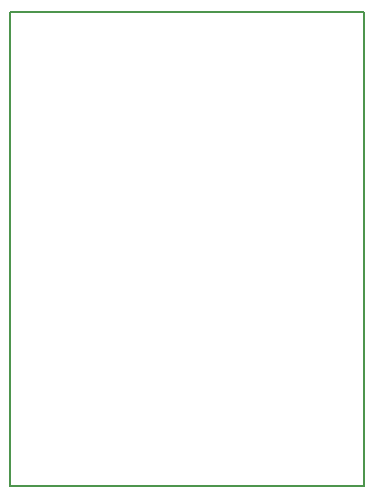
<source format=gbr>
G04 #@! TF.GenerationSoftware,KiCad,Pcbnew,(6.0.0-rc1-dev-1606-g4cd41e394)*
G04 #@! TF.CreationDate,2019-02-20T22:55:41+01:00*
G04 #@! TF.ProjectId,AIRDOSC01A_PCB01A,41495244-4f53-4433-9031-415f50434230,rev?*
G04 #@! TF.SameCoordinates,Original*
G04 #@! TF.FileFunction,Profile,NP*
%FSLAX46Y46*%
G04 Gerber Fmt 4.6, Leading zero omitted, Abs format (unit mm)*
G04 Created by KiCad (PCBNEW (6.0.0-rc1-dev-1606-g4cd41e394)) date 20.02.2019 22:55:41*
%MOMM*%
%LPD*%
G04 APERTURE LIST*
%ADD10C,0.150000*%
G04 APERTURE END LIST*
D10*
X240000Y254000D02*
X254000Y40386000D01*
X254000Y254000D02*
X30226000Y254000D01*
X30226000Y254000D02*
X30226000Y40386000D01*
X254000Y40386000D02*
X30226000Y40386000D01*
M02*

</source>
